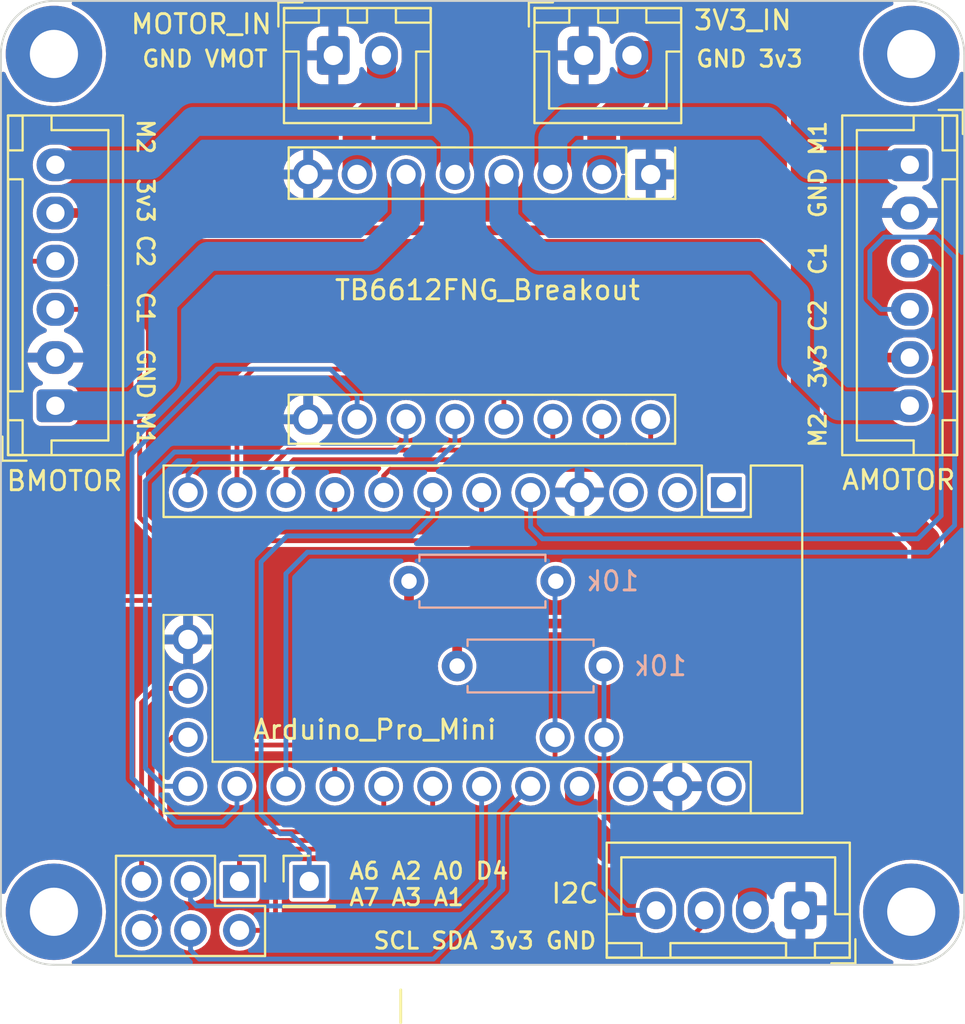
<source format=kicad_pcb>
(kicad_pcb (version 20221018) (generator pcbnew)
  (layers (0 "F.Cu" signal) (31 "B.Cu" signal) (34 "B.Paste" user) (35 "F.Paste" user) (36 "B.SilkS" user "B.Silkscreen") (37 "F.SilkS" user "F.Silkscreen") (38 "B.Mask" user) (39 "F.Mask" user) (44 "Edge.Cuts" user))
  (net 0 "")
  (net 1 "GND")
  (net 2 "AINT1")
  (net 3 "BINT1")
  (net 4 "PWMA")
  (net 5 "AIN2")
  (net 6 "AIN1")
  (net 7 "STBY")
  (net 8 "BIN1")
  (net 9 "BIN2")
  (net 10 "PWMB")
  (net 11 "AINT2")
  (net 12 "BINT2")
  (net 13 "A0")
  (net 14 "A1")
  (net 15 "A2")
  (net 16 "A3")
  (net 17 "SDA")
  (net 18 "SCL")
  (net 19 "A6")
  (net 20 "A7")
  (net 21 "VMOT")
  (net 22 "AO1")
  (net 23 "AO2")
  (net 24 "BO1")
  (net 25 "BO2")
  (net 26 "+3V3")
  (net 34 "D4")
  (footprint "ProjectFootPrintLibrary:Arduino Pro Mini" (layer "F.Cu") (at 121.9 90.25 -90)
    (fp_text reference "A2" hide)
    (fp_text value "Arduino_Pro_Mini" (at 12.3 18.25) (layer "F.SilkS"))
    (fp_line (start -1.4 -3.94) (end -1.4 -1.27) (stroke (width 0.12)) (layer "F.SilkS"))
    (fp_line (start -1.4 1.27) (end -1.4 29.21) (stroke (width 0.12)) (layer "F.SilkS"))
    (fp_line (start 1.27 -1.27) (end -1.4 -1.27) (stroke (width 0.12)) (layer "F.SilkS"))
    (fp_line (start 1.27 1.27) (end -1.4 1.27) (stroke (width 0.12)) (layer "F.SilkS"))
    (fp_line (start 1.27 1.27) (end 1.27 -1.27) (stroke (width 0.12)) (layer "F.SilkS"))
    (fp_line (start 1.27 1.27) (end 1.27 29.21) (stroke (width 0.12)) (layer "F.SilkS"))
    (fp_line (start 1.27 29.21) (end -1.4 29.21) (stroke (width 0.12)) (layer "F.SilkS"))
    (fp_line (start 6.35 26.67) (end 6.35 29.21) (stroke (width 0.1)) (layer "F.SilkS"))
    (fp_line (start 6.35 29.21) (end 16.575 29.21) (stroke (width 0.12)) (layer "F.SilkS"))
    (fp_line (start 13.97 -1.27) (end 13.97 26.67) (stroke (width 0.12)) (layer "F.SilkS"))
    (fp_line (start 13.97 -1.27) (end 16.64 -1.27) (stroke (width 0.12)) (layer "F.SilkS"))
    (fp_line (start 13.97 26.67) (end 6.35 26.67) (stroke (width 0.1)) (layer "F.SilkS"))
    (fp_line (start 16.64 -3.94) (end -1.4 -3.94) (stroke (width 0.12)) (layer "F.SilkS"))
    (fp_line (start 16.64 29.21) (end 16.64 -3.94) (stroke (width 0.12)) (layer "F.SilkS"))
    (pad "1" thru_hole rect (at 0 0 270) (size 1.6 1.6) (drill 1) (layers "*.Cu" "*.Mask"))
    (pad "2" thru_hole oval (at 0 2.54 270) (size 1.6 1.6) (drill 1) (layers "*.Cu" "*.Mask"))
    (pad "3" thru_hole oval (at 0 5.08 270) (size 1.6 1.6) (drill 1) (layers "*.Cu" "*.Mask"))
    (pad "4" thru_hole oval (at 0 7.62 270) (size 1.6 1.6) (drill 1) (layers "*.Cu" "*.Mask") (net 1 "GND"))
    (pad "5" thru_hole oval (at 0 10.16 270) (size 1.6 1.6) (drill 1) (layers "*.Cu" "*.Mask") (net 2 "AINT1"))
    (pad "6" thru_hole oval (at 0 12.7 270) (size 1.6 1.6) (drill 1) (layers "*.Cu" "*.Mask") (net 3 "BINT1"))
    (pad "7" thru_hole oval (at 0 15.24 270) (size 1.6 1.6) (drill 1) (layers "*.Cu" "*.Mask") (net 34 "D4"))
    (pad "8" thru_hole oval (at 0 17.78 270) (size 1.6 1.6) (drill 1) (layers "*.Cu" "*.Mask") (net 4 "PWMA"))
    (pad "9" thru_hole oval (at 0 20.32 270) (size 1.6 1.6) (drill 1) (layers "*.Cu" "*.Mask") (net 5 "AIN2"))
    (pad "10" thru_hole oval (at 0 22.86 270) (size 1.6 1.6) (drill 1) (layers "*.Cu" "*.Mask") (net 6 "AIN1"))
    (pad "11" thru_hole oval (at 0 25.4 270) (size 1.6 1.6) (drill 1) (layers "*.Cu" "*.Mask") (net 7 "STBY"))
    (pad "12" thru_hole oval (at 0 27.94 270) (size 1.6 1.6) (drill 1) (layers "*.Cu" "*.Mask") (net 8 "BIN1"))
    (pad "13" thru_hole oval (at 7.62 27.94 270) (size 1.6 1.6) (drill 1) (layers "*.Cu" "*.Mask") (net 1 "GND"))
    (pad "14" thru_hole oval (at 10.16 27.94 270) (size 1.6 1.6) (drill 1) (layers "*.Cu" "*.Mask") (net 19 "A6"))
    (pad "15" thru_hole oval (at 12.7 27.94 270) (size 1.6 1.6) (drill 1) (layers "*.Cu" "*.Mask") (net 20 "A7"))
    (pad "16" thru_hole oval (at 15.24 27.94 270) (size 1.6 1.6) (drill 1) (layers "*.Cu" "*.Mask") (net 9 "BIN2"))
    (pad "17" thru_hole oval (at 15.24 25.4 270) (size 1.6 1.6) (drill 1) (layers "*.Cu" "*.Mask") (net 10 "PWMB"))
    (pad "18" thru_hole oval (at 15.24 22.86 270) (size 1.6 1.6) (drill 1) (layers "*.Cu" "*.Mask") (net 11 "AINT2"))
    (pad "19" thru_hole oval (at 15.24 20.32 270) (size 1.6 1.6) (drill 1) (layers "*.Cu" "*.Mask") (net 12 "BINT2"))
    (pad "20" thru_hole oval (at 15.24 17.78 270) (size 1.6 1.6) (drill 1) (layers "*.Cu" "*.Mask") (net 13 "A0"))
    (pad "21" thru_hole oval (at 15.24 15.24 270) (size 1.6 1.6) (drill 1) (layers "*.Cu" "*.Mask") (net 14 "A1"))
    (pad "22" thru_hole oval (at 15.24 12.7 270) (size 1.6 1.6) (drill 1) (layers "*.Cu" "*.Mask") (net 15 "A2"))
    (pad "23" thru_hole oval (at 15.24 10.16 270) (size 1.6 1.6) (drill 1) (layers "*.Cu" "*.Mask") (net 16 "A3"))
    (pad "24" thru_hole oval (at 12.7 8.89 270) (size 1.6 1.6) (drill 1) (layers "*.Cu" "*.Mask") (net 17 "SDA"))
    (pad "25" thru_hole oval (at 12.7 6.35 270) (size 1.6 1.6) (drill 1) (layers "*.Cu" "*.Mask") (net 18 "SCL"))
    (pad "26" thru_hole oval (at 15.24 7.62 270) (size 1.6 1.6) (drill 1) (layers "*.Cu" "*.Mask") (net 26 "+3V3"))
    (pad "27" thru_hole oval (at 15.24 5.08 270) (size 1.6 1.6) (drill 1) (layers "*.Cu" "*.Mask"))
    (pad "28" thru_hole oval (at 15.24 2.54 270) (size 1.6 1.6) (drill 1) (layers "*.Cu" "*.Mask") (net 1 "GND"))
    (pad "29" thru_hole oval (at 15.24 0 270) (size 1.6 1.6) (drill 1) (layers "*.Cu" "*.Mask"))
  )
  (footprint "Connector_JST:JST_XH_B2B-XH-A_1x02_P2.50mm_Vertical" (layer "F.Cu") (at 114.5 67.575)
    (fp_text reference "J6" hide)
    (fp_text value "3V3_IN" (at 8.25 -1.825) (layer "F.SilkS"))
    (fp_line (start -2.85 -2.75) (end -2.85 -1.5) (stroke (width 0.12)) (layer "F.SilkS"))
    (fp_line (start -2.56 -2.46) (end -2.56 3.51) (stroke (width 0.12)) (layer "F.SilkS"))
    (fp_line (start -2.56 3.51) (end 5.06 3.51) (stroke (width 0.12)) (layer "F.SilkS"))
    (fp_line (start -2.55 -2.45) (end -2.55 -1.7) (stroke (width 0.12)) (layer "F.SilkS"))
    (fp_line (start -2.55 -1.7) (end -0.75 -1.7) (stroke (width 0.12)) (layer "F.SilkS"))
    (fp_line (start -2.55 -0.2) (end -1.8 -0.2) (stroke (width 0.12)) (layer "F.SilkS"))
    (fp_line (start -1.8 -0.2) (end -1.8 2.75) (stroke (width 0.12)) (layer "F.SilkS"))
    (fp_line (start -1.8 2.75) (end 1.25 2.75) (stroke (width 0.12)) (layer "F.SilkS"))
    (fp_line (start -1.6 -2.75) (end -2.85 -2.75) (stroke (width 0.12)) (layer "F.SilkS"))
    (fp_line (start -0.75 -2.45) (end -2.55 -2.45) (stroke (width 0.12)) (layer "F.SilkS"))
    (fp_line (start -0.75 -1.7) (end -0.75 -2.45) (stroke (width 0.12)) (layer "F.SilkS"))
    (fp_line (start 0.75 -2.45) (end 0.75 -1.7) (stroke (width 0.12)) (layer "F.SilkS"))
    (fp_line (start 0.75 -1.7) (end 1.75 -1.7) (stroke (width 0.12)) (layer "F.SilkS"))
    (fp_line (start 1.75 -2.45) (end 0.75 -2.45) (stroke (width 0.12)) (layer "F.SilkS"))
    (fp_line (start 1.75 -1.7) (end 1.75 -2.45) (stroke (width 0.12)) (layer "F.SilkS"))
    (fp_line (start 3.25 -2.45) (end 3.25 -1.7) (stroke (width 0.12)) (layer "F.SilkS"))
    (fp_line (start 3.25 -1.7) (end 5.05 -1.7) (stroke (width 0.12)) (layer "F.SilkS"))
    (fp_line (start 4.3 -0.2) (end 4.3 2.75) (stroke (width 0.12)) (layer "F.SilkS"))
    (fp_line (start 4.3 2.75) (end 1.25 2.75) (stroke (width 0.12)) (layer "F.SilkS"))
    (fp_line (start 5.05 -2.45) (end 3.25 -2.45) (stroke (width 0.12)) (layer "F.SilkS"))
    (fp_line (start 5.05 -1.7) (end 5.05 -2.45) (stroke (width 0.12)) (layer "F.SilkS"))
    (fp_line (start 5.05 -0.2) (end 4.3 -0.2) (stroke (width 0.12)) (layer "F.SilkS"))
    (fp_line (start 5.06 -2.46) (end -2.56 -2.46) (stroke (width 0.12)) (layer "F.SilkS"))
    (fp_line (start 5.06 3.51) (end 5.06 -2.46) (stroke (width 0.12)) (layer "F.SilkS"))
    (pad "1" thru_hole roundrect (at 0 0) (size 1.7 2) (drill 1) (layers "*.Cu" "*.Mask") (roundrect_rratio 0.1470588235) (net 1 "GND"))
    (pad "2" thru_hole oval (at 2.5 0) (size 1.7 2) (drill 1) (layers "*.Cu" "*.Mask") (net 26 "+3V3"))
  )
  (footprint "Connector_PinHeader_2.54mm:PinHeader_1x01_P2.54mm_Vertical" (layer "F.Cu") (at 100.25 110.425)
    (fp_text reference "J7" hide)
    (fp_text value "Digital Pins" hide)
    (fp_line (start -1.33 -1.33) (end 0 -1.33) (stroke (width 0.12)) (layer "F.SilkS"))
    (fp_line (start -1.33 0) (end -1.33 -1.33) (stroke (width 0.12)) (layer "F.SilkS"))
    (fp_line (start -1.33 1.27) (end -1.33 1.33) (stroke (width 0.12)) (layer "F.SilkS"))
    (fp_line (start -1.33 1.27) (end 1.33 1.27) (stroke (width 0.12)) (layer "F.SilkS"))
    (fp_line (start -1.33 1.33) (end 1.33 1.33) (stroke (width 0.12)) (layer "F.SilkS"))
    (fp_line (start 1.33 1.27) (end 1.33 1.33) (stroke (width 0.12)) (layer "F.SilkS"))
    (pad "1" thru_hole rect (at 0 0) (size 1.7 1.7) (drill 1) (layers "*.Cu" "*.Mask") (net 34 "D4"))
  )
  (footprint "Connector_JST:JST_XH_B4B-XH-A_1x04_P2.50mm_Vertical" (layer "F.Cu") (at 125.75 111.925 180)
    (fp_text reference "J3" hide)
    (fp_text value "I2C" (at 11.7 0.875) (layer "F.SilkS"))
    (fp_line (start -2.85 -2.75) (end -2.85 -1.5) (stroke (width 0.12)) (layer "F.SilkS"))
    (fp_line (start -2.56 -2.46) (end -2.56 3.51) (stroke (width 0.12)) (layer "F.SilkS"))
    (fp_line (start -2.56 3.51) (end 10.06 3.51) (stroke (width 0.12)) (layer "F.SilkS"))
    (fp_line (start -2.55 -2.45) (end -2.55 -1.7) (stroke (width 0.12)) (layer "F.SilkS"))
    (fp_line (start -2.55 -1.7) (end -0.75 -1.7) (stroke (width 0.12)) (layer "F.SilkS"))
    (fp_line (start -2.55 -0.2) (end -1.8 -0.2) (stroke (width 0.12)) (layer "F.SilkS"))
    (fp_line (start -1.8 -0.2) (end -1.8 2.75) (stroke (width 0.12)) (layer "F.SilkS"))
    (fp_line (start -1.8 2.75) (end 3.75 2.75) (stroke (width 0.12)) (layer "F.SilkS"))
    (fp_line (start -1.6 -2.75) (end -2.85 -2.75) (stroke (width 0.12)) (layer "F.SilkS"))
    (fp_line (start -0.75 -2.45) (end -2.55 -2.45) (stroke (width 0.12)) (layer "F.SilkS"))
    (fp_line (start -0.75 -1.7) (end -0.75 -2.45) (stroke (width 0.12)) (layer "F.SilkS"))
    (fp_line (start 0.75 -2.45) (end 0.75 -1.7) (stroke (width 0.12)) (layer "F.SilkS"))
    (fp_line (start 0.75 -1.7) (end 6.75 -1.7) (stroke (width 0.12)) (layer "F.SilkS"))
    (fp_line (start 6.75 -2.45) (end 0.75 -2.45) (stroke (width 0.12)) (layer "F.SilkS"))
    (fp_line (start 6.75 -1.7) (end 6.75 -2.45) (stroke (width 0.12)) (layer "F.SilkS"))
    (fp_line (start 8.25 -2.45) (end 8.25 -1.7) (stroke (width 0.12)) (layer "F.SilkS"))
    (fp_line (start 8.25 -1.7) (end 10.05 -1.7) (stroke (width 0.12)) (layer "F.SilkS"))
    (fp_line (start 9.3 -0.2) (end 9.3 2.75) (stroke (width 0.12)) (layer "F.SilkS"))
    (fp_line (start 9.3 2.75) (end 3.75 2.75) (stroke (width 0.12)) (layer "F.SilkS"))
    (fp_line (start 10.05 -2.45) (end 8.25 -2.45) (stroke (width 0.12)) (layer "F.SilkS"))
    (fp_line (start 10.05 -1.7) (end 10.05 -2.45) (stroke (width 0.12)) (layer "F.SilkS"))
    (fp_line (start 10.05 -0.2) (end 9.3 -0.2) (stroke (width 0.12)) (layer "F.SilkS"))
    (fp_line (start 10.06 -2.46) (end -2.56 -2.46) (stroke (width 0.12)) (layer "F.SilkS"))
    (fp_line (start 10.06 3.51) (end 10.06 -2.46) (stroke (width 0.12)) (layer "F.SilkS"))
    (pad "1" thru_hole roundrect (at 0 0 180) (size 1.7 1.95) (drill 0.95) (layers "*.Cu" "*.Mask") (roundrect_rratio 0.1470588235) (net 1 "GND"))
    (pad "2" thru_hole oval (at 2.5 0 180) (size 1.7 1.95) (drill 0.95) (layers "*.Cu" "*.Mask") (net 26 "+3V3"))
    (pad "3" thru_hole oval (at 5 0 180) (size 1.7 1.95) (drill 0.95) (layers "*.Cu" "*.Mask") (net 17 "SDA"))
    (pad "4" thru_hole oval (at 7.5 0 180) (size 1.7 1.95) (drill 0.95) (layers "*.Cu" "*.Mask") (net 18 "SCL"))
  )
  (footprint "MountingHole:MountingHole_2.5mm_Pad" (layer "F.Cu") (at 131.5 67.5)
    (fp_text reference "H2" hide)
    (fp_text value "MountingHole_Pad" hide)
    (pad "1" thru_hole circle (at 0 0) (size 5 5) (drill 2.5) (layers "*.Cu" "*.Mask"))
  )
  (footprint "MountingHole:MountingHole_2.5mm_Pad" (layer "F.Cu") (at 87 67.5)
    (fp_text reference "H1" hide)
    (fp_text value "MountingHole_Pad" hide)
    (pad "1" thru_hole circle (at 0 0) (size 5 5) (drill 2.5) (layers "*.Cu" "*.Mask"))
  )
  (footprint "MountingHole:MountingHole_2.5mm_Pad" (layer "F.Cu") (at 131.5 112)
    (fp_text reference "H3" hide)
    (fp_text value "MountingHole_Pad" hide)
    (pad "1" thru_hole circle (at 0 0) (size 5 5) (drill 2.5) (layers "*.Cu" "*.Mask"))
  )
  (footprint "MountingHole:MountingHole_2.5mm_Pad" (layer "F.Cu") (at 87 112)
    (fp_text reference "H4" hide)
    (fp_text value "MountingHole_Pad" hide)
    (pad "1" thru_hole circle (at 0 0) (size 5 5) (drill 2.5) (layers "*.Cu" "*.Mask"))
  )
  (footprint "Connector_JST:JST_XH_B6B-XH-A_1x06_P2.50mm_Vertical" (layer "F.Cu") (at 87.075 85.75 90)
    (fp_text reference "J2" hide)
    (fp_text value "BMOTOR" (at -3.9 0.475 180) (layer "F.SilkS"))
    (fp_line (start -2.85 -2.75) (end -2.85 -1.5) (stroke (width 0.12)) (layer "F.SilkS"))
    (fp_line (start -2.56 -2.46) (end -2.56 3.51) (stroke (width 0.12)) (layer "F.SilkS"))
    (fp_line (start -2.56 3.51) (end 15.06 3.51) (stroke (width 0.12)) (layer "F.SilkS"))
    (fp_line (start -2.55 -2.45) (end -2.55 -1.7) (stroke (width 0.12)) (layer "F.SilkS"))
    (fp_line (start -2.55 -1.7) (end -0.75 -1.7) (stroke (width 0.12)) (layer "F.SilkS"))
    (fp_line (start -2.55 -0.2) (end -1.8 -0.2) (stroke (width 0.12)) (layer "F.SilkS"))
    (fp_line (start -1.8 -0.2) (end -1.8 2.75) (stroke (width 0.12)) (layer "F.SilkS"))
    (fp_line (start -1.8 2.75) (end 6.25 2.75) (stroke (width 0.12)) (layer "F.SilkS"))
    (fp_line (start -1.6 -2.75) (end -2.85 -2.75) (stroke (width 0.12)) (layer "F.SilkS"))
    (fp_line (start -0.75 -2.45) (end -2.55 -2.45) (stroke (width 0.12)) (layer "F.SilkS"))
    (fp_line (start -0.75 -1.7) (end -0.75 -2.45) (stroke (width 0.12)) (layer "F.SilkS"))
    (fp_line (start 0.75 -2.45) (end 0.75 -1.7) (stroke (width 0.12)) (layer "F.SilkS"))
    (fp_line (start 0.75 -1.7) (end 11.75 -1.7) (stroke (width 0.12)) (layer "F.SilkS"))
    (fp_line (start 11.75 -2.45) (end 0.75 -2.45) (stroke (width 0.12)) (layer "F.SilkS"))
    (fp_line (start 11.75 -1.7) (end 11.75 -2.45) (stroke (width 0.12)) (layer "F.SilkS"))
    (fp_line (start 13.25 -2.45) (end 13.25 -1.7) (stroke (width 0.12)) (layer "F.SilkS"))
    (fp_line (start 13.25 -1.7) (end 15.05 -1.7) (stroke (width 0.12)) (layer "F.SilkS"))
    (fp_line (start 14.3 -0.2) (end 14.3 2.75) (stroke (width 0.12)) (layer "F.SilkS"))
    (fp_line (start 14.3 2.75) (end 6.25 2.75) (stroke (width 0.12)) (layer "F.SilkS"))
    (fp_line (start 15.05 -2.45) (end 13.25 -2.45) (stroke (width 0.12)) (layer "F.SilkS"))
    (fp_line (start 15.05 -1.7) (end 15.05 -2.45) (stroke (width 0.12)) (layer "F.SilkS"))
    (fp_line (start 15.05 -0.2) (end 14.3 -0.2) (stroke (width 0.12)) (layer "F.SilkS"))
    (fp_line (start 15.06 -2.46) (end -2.56 -2.46) (stroke (width 0.12)) (layer "F.SilkS"))
    (fp_line (start 15.06 3.51) (end 15.06 -2.46) (stroke (width 0.12)) (layer "F.SilkS"))
    (pad "1" thru_hole roundrect (at 0 0 90) (size 1.7 1.95) (drill 0.95) (layers "*.Cu" "*.Mask") (roundrect_rratio 0.1470588235) (net 24 "BO1"))
    (pad "2" thru_hole oval (at 2.5 0 90) (size 1.7 1.95) (drill 0.95) (layers "*.Cu" "*.Mask") (net 1 "GND"))
    (pad "3" thru_hole oval (at 5 0 90) (size 1.7 1.95) (drill 0.95) (layers "*.Cu" "*.Mask") (net 3 "BINT1"))
    (pad "4" thru_hole oval (at 7.5 0 90) (size 1.7 1.95) (drill 0.95) (layers "*.Cu" "*.Mask") (net 12 "BINT2"))
    (pad "5" thru_hole oval (at 10 0 90) (size 1.7 1.95) (drill 0.95) (layers "*.Cu" "*.Mask") (net 26 "+3V3"))
    (pad "6" thru_hole oval (at 12.5 0 90) (size 1.7 1.95) (drill 0.95) (layers "*.Cu" "*.Mask") (net 25 "BO2"))
  )
  (footprint "Connector_JST:JST_XH_B2B-XH-A_1x02_P2.50mm_Vertical" (layer "F.Cu") (at 101.5 67.575)
    (fp_text reference "J5" hide)
    (fp_text value "MOTOR_IN" (at -6.85 -1.625) (layer "F.SilkS"))
    (fp_line (start -2.85 -2.75) (end -2.85 -1.5) (stroke (width 0.12)) (layer "F.SilkS"))
    (fp_line (start -2.56 -2.46) (end -2.56 3.51) (stroke (width 0.12)) (layer "F.SilkS"))
    (fp_line (start -2.56 3.51) (end 5.06 3.51) (stroke (width 0.12)) (layer "F.SilkS"))
    (fp_line (start -2.55 -2.45) (end -2.55 -1.7) (stroke (width 0.12)) (layer "F.SilkS"))
    (fp_line (start -2.55 -1.7) (end -0.75 -1.7) (stroke (width 0.12)) (layer "F.SilkS"))
    (fp_line (start -2.55 -0.2) (end -1.8 -0.2) (stroke (width 0.12)) (layer "F.SilkS"))
    (fp_line (start -1.8 -0.2) (end -1.8 2.75) (stroke (width 0.12)) (layer "F.SilkS"))
    (fp_line (start -1.8 2.75) (end 1.25 2.75) (stroke (width 0.12)) (layer "F.SilkS"))
    (fp_line (start -1.6 -2.75) (end -2.85 -2.75) (stroke (width 0.12)) (layer "F.SilkS"))
    (fp_line (start -0.75 -2.45) (end -2.55 -2.45) (stroke (width 0.12)) (layer "F.SilkS"))
    (fp_line (start -0.75 -1.7) (end -0.75 -2.45) (stroke (width 0.12)) (layer "F.SilkS"))
    (fp_line (start 0.75 -2.45) (end 0.75 -1.7) (stroke (width 0.12)) (layer "F.SilkS"))
    (fp_line (start 0.75 -1.7) (end 1.75 -1.7) (stroke (width 0.12)) (layer "F.SilkS"))
    (fp_line (start 1.75 -2.45) (end 0.75 -2.45) (stroke (width 0.12)) (layer "F.SilkS"))
    (fp_line (start 1.75 -1.7) (end 1.75 -2.45) (stroke (width 0.12)) (layer "F.SilkS"))
    (fp_line (start 3.25 -2.45) (end 3.25 -1.7) (stroke (width 0.12)) (layer "F.SilkS"))
    (fp_line (start 3.25 -1.7) (end 5.05 -1.7) (stroke (width 0.12)) (layer "F.SilkS"))
    (fp_line (start 4.3 -0.2) (end 4.3 2.75) (stroke (width 0.12)) (layer "F.SilkS"))
    (fp_line (start 4.3 2.75) (end 1.25 2.75) (stroke (width 0.12)) (layer "F.SilkS"))
    (fp_line (start 5.05 -2.45) (end 3.25 -2.45) (stroke (width 0.12)) (layer "F.SilkS"))
    (fp_line (start 5.05 -1.7) (end 5.05 -2.45) (stroke (width 0.12)) (layer "F.SilkS"))
    (fp_line (start 5.05 -0.2) (end 4.3 -0.2) (stroke (width 0.12)) (layer "F.SilkS"))
    (fp_line (start 5.06 -2.46) (end -2.56 -2.46) (stroke (width 0.12)) (layer "F.SilkS"))
    (fp_line (start 5.06 3.51) (end 5.06 -2.46) (stroke (width 0.12)) (layer "F.SilkS"))
    (pad "1" thru_hole roundrect (at 0 0) (size 1.7 2) (drill 1) (layers "*.Cu" "*.Mask") (roundrect_rratio 0.1470588235) (net 1 "GND"))
    (pad "2" thru_hole oval (at 2.5 0) (size 1.7 2) (drill 1) (layers "*.Cu" "*.Mask") (net 21 "VMOT"))
  )
  (footprint "Connector_JST:JST_XH_B6B-XH-A_1x06_P2.50mm_Vertical" (layer "F.Cu") (at 131.425 73.25 -90)
    (fp_text reference "J1" hide)
    (fp_text value "AMOTOR" (at 16.35 0.575) (layer "F.SilkS"))
    (fp_line (start -2.85 -2.75) (end -2.85 -1.5) (stroke (width 0.12)) (layer "F.SilkS"))
    (fp_line (start -2.56 -2.46) (end -2.56 3.51) (stroke (width 0.12)) (layer "F.SilkS"))
    (fp_line (start -2.56 3.51) (end 15.06 3.51) (stroke (width 0.12)) (layer "F.SilkS"))
    (fp_line (start -2.55 -2.45) (end -2.55 -1.7) (stroke (width 0.12)) (layer "F.SilkS"))
    (fp_line (start -2.55 -1.7) (end -0.75 -1.7) (stroke (width 0.12)) (layer "F.SilkS"))
    (fp_line (start -2.55 -0.2) (end -1.8 -0.2) (stroke (width 0.12)) (layer "F.SilkS"))
    (fp_line (start -1.8 -0.2) (end -1.8 2.75) (stroke (width 0.12)) (layer "F.SilkS"))
    (fp_line (start -1.8 2.75) (end 6.25 2.75) (stroke (width 0.12)) (layer "F.SilkS"))
    (fp_line (start -1.6 -2.75) (end -2.85 -2.75) (stroke (width 0.12)) (layer "F.SilkS"))
    (fp_line (start -0.75 -2.45) (end -2.55 -2.45) (stroke (width 0.12)) (layer "F.SilkS"))
    (fp_line (start -0.75 -1.7) (end -0.75 -2.45) (stroke (width 0.12)) (layer "F.SilkS"))
    (fp_line (start 0.75 -2.45) (end 0.75 -1.7) (stroke (width 0.12)) (layer "F.SilkS"))
    (fp_line (start 0.75 -1.7) (end 11.75 -1.7) (stroke (width 0.12)) (layer "F.SilkS"))
    (fp_line (start 11.75 -2.45) (end 0.75 -2.45) (stroke (width 0.12)) (layer "F.SilkS"))
    (fp_line (start 11.75 -1.7) (end 11.75 -2.45) (stroke (width 0.12)) (layer "F.SilkS"))
    (fp_line (start 13.25 -2.45) (end 13.25 -1.7) (stroke (width 0.12)) (layer "F.SilkS"))
    (fp_line (start 13.25 -1.7) (end 15.05 -1.7) (stroke (width 0.12)) (layer "F.SilkS"))
    (fp_line (start 14.3 -0.2) (end 14.3 2.75) (stroke (width 0.12)) (layer "F.SilkS"))
    (fp_line (start 14.3 2.75) (end 6.25 2.75) (stroke (width 0.12)) (layer "F.SilkS"))
    (fp_line (start 15.05 -2.45) (end 13.25 -2.45) (stroke (width 0.12)) (layer "F.SilkS"))
    (fp_line (start 15.05 -1.7) (end 15.05 -2.45) (stroke (width 0.12)) (layer "F.SilkS"))
    (fp_line (start 15.05 -0.2) (end 14.3 -0.2) (stroke (width 0.12)) (layer "F.SilkS"))
    (fp_line (start 15.06 -2.46) (end -2.56 -2.46) (stroke (width 0.12)) (layer "F.SilkS"))
    (fp_line (start 15.06 3.51) (end 15.06 -2.46) (stroke (width 0.12)) (layer "F.SilkS"))
    (pad "1" thru_hole roundrect (at 0 0 270) (size 1.7 1.95) (drill 0.95) (layers "*.Cu" "*.Mask") (roundrect_rratio 0.1470588235) (net 22 "AO1"))
    (pad "2" thru_hole oval (at 2.5 0 270) (size 1.7 1.95) (drill 0.95) (layers "*.Cu" "*.Mask") (net 1 "GND"))
    (pad "3" thru_hole oval (at 5 0 270) (size 1.7 1.95) (drill 0.95) (layers "*.Cu" "*.Mask") (net 2 "AINT1"))
    (pad "4" thru_hole oval (at 7.5 0 270) (size 1.7 1.95) (drill 0.95) (layers "*.Cu" "*.Mask") (net 11 "AINT2"))
    (pad "5" thru_hole oval (at 10 0 270) (size 1.7 1.95) (drill 0.95) (layers "*.Cu" "*.Mask") (net 26 "+3V3"))
    (pad "6" thru_hole oval (at 12.5 0 270) (size 1.7 1.95) (drill 0.95) (layers "*.Cu" "*.Mask") (net 23 "AO2"))
  )
  (footprint "ProjectFootPrintLibrary:TB6612FBG_Breakout" (layer "F.Cu") (at 117.975 73.75 -90)
    (fp_text reference "U1" hide)
    (fp_text value "TB6612FNG_Breakout" (at 6 8.475 unlocked) (layer "F.SilkS"))
    (fp_line (start -1.4 1.27) (end -1.405 18.79) (stroke (width 0.12)) (layer "F.SilkS"))
    (fp_line (start 1.265 18.79) (end -1.405 18.79) (stroke (width 0.12)) (layer "F.SilkS"))
    (fp_line (start 1.27 -1.27) (end -1.4 -1.27) (stroke (width 0.12)) (layer "F.SilkS"))
    (fp_line (start 1.27 1.27) (end -1.4 1.27) (stroke (width 0.12)) (layer "F.SilkS"))
    (fp_line (start 1.27 1.27) (end 1.265 18.79) (stroke (width 0.12)) (layer "F.SilkS"))
    (fp_line (start 1.27 1.27) (end 1.27 -1.27) (stroke (width 0.12)) (layer "F.SilkS"))
    (fp_line (start 11.4325 -1.27) (end 11.4325 1.27) (stroke (width 0.12)) (layer "F.SilkS"))
    (fp_line (start 11.4325 1.27) (end 11.4275 18.79) (stroke (width 0.12)) (layer "F.SilkS"))
    (fp_line (start 13.97 -1.27) (end 11.4325 -1.27) (stroke (width 0.12)) (layer "F.SilkS"))
    (fp_line (start 13.97 1.27) (end 13.97 -1.27) (stroke (width 0.12)) (layer "F.SilkS"))
    (fp_line (start 13.97 1.27) (end 13.97 18.79) (stroke (width 0.12)) (layer "F.SilkS"))
    (fp_line (start 13.97 18.79) (end 11.4275 18.79) (stroke (width 0.12)) (layer "F.SilkS"))
    (pad "1" thru_hole rect (at 0 0 270) (size 1.6 1.6) (drill 1) (layers "*.Cu" "*.Mask") (net 1 "GND"))
    (pad "2" thru_hole oval (at 0 2.54 270) (size 1.6 1.6) (drill 1) (layers "*.Cu" "*.Mask") (net 26 "+3V3"))
    (pad "3" thru_hole oval (at 0 5.08 270) (size 1.6 1.6) (drill 1) (layers "*.Cu" "*.Mask") (net 22 "AO1"))
    (pad "4" thru_hole oval (at 0 7.62 270) (size 1.6 1.6) (drill 1) (layers "*.Cu" "*.Mask") (net 23 "AO2"))
    (pad "5" thru_hole oval (at 0 10.16 270) (size 1.6 1.6) (drill 1) (layers "*.Cu" "*.Mask") (net 25 "BO2"))
    (pad "6" thru_hole oval (at 0 12.7 270) (size 1.6 1.6) (drill 1) (layers "*.Cu" "*.Mask") (net 24 "BO1"))
    (pad "7" thru_hole oval (at 0 15.24 270) (size 1.6 1.6) (drill 1) (layers "*.Cu" "*.Mask") (net 21 "VMOT"))
    (pad "8" thru_hole oval (at 0 17.78 270) (size 1.6 1.6) (drill 1) (layers "*.Cu" "*.Mask") (net 1 "GND"))
    (pad "9" thru_hole oval (at 12.7 17.78 270) (size 1.6 1.6) (drill 1) (layers "*.Cu" "*.Mask") (net 1 "GND"))
    (pad "10" thru_hole oval (at 12.7 15.24 270) (size 1.6 1.6) (drill 1) (layers "*.Cu" "*.Mask") (net 10 "PWMB"))
    (pad "11" thru_hole oval (at 12.7 12.7 270) (size 1.6 1.6) (drill 1) (layers "*.Cu" "*.Mask") (net 9 "BIN2"))
    (pad "12" thru_hole oval (at 12.7 10.16 270) (size 1.6 1.6) (drill 1) (layers "*.Cu" "*.Mask") (net 8 "BIN1"))
    (pad "13" thru_hole oval (at 12.7 7.62 270) (size 1.6 1.6) (drill 1) (layers "*.Cu" "*.Mask") (net 7 "STBY"))
    (pad "14" thru_hole oval (at 12.7 5.08 270) (size 1.6 1.6) (drill 1) (layers "*.Cu" "*.Mask") (net 5 "AIN2"))
    (pad "15" thru_hole oval (at 12.7 2.54 270) (size 1.6 1.6) (drill 1) (layers "*.Cu" "*.Mask") (net 6 "AIN1"))
    (pad "16" thru_hole oval (at 12.7 0 270) (size 1.6 1.6) (drill 1) (layers "*.Cu" "*.Mask") (net 4 "PWMA"))
  )
  (footprint "Connector_PinHeader_2.54mm:PinHeader_2x03_P2.54mm_Vertical" (layer "F.Cu") (at 96.63 110.425 -90)
    (fp_text reference "J4" hide)
    (fp_text value "AnalogPins" hide)
    (fp_line (start -1.33 -1.33) (end 0 -1.33) (stroke (width 0.12)) (layer "F.SilkS"))
    (fp_line (start -1.33 0) (end -1.33 -1.33) (stroke (width 0.12)) (layer "F.SilkS"))
    (fp_line (start -1.33 1.27) (end -1.33 6.41) (stroke (width 0.12)) (layer "F.SilkS"))
    (fp_line (start -1.33 1.27) (end 1.27 1.27) (stroke (width 0.12)) (layer "F.SilkS"))
    (fp_line (start -1.33 6.41) (end 3.87 6.41) (stroke (width 0.12)) (layer "F.SilkS"))
    (fp_line (start 1.27 -1.33) (end 3.87 -1.33) (stroke (width 0.12)) (layer "F.SilkS"))
    (fp_line (start 1.27 1.27) (end 1.27 -1.33) (stroke (width 0.12)) (layer "F.SilkS"))
    (fp_line (start 3.87 -1.33) (end 3.87 6.41) (stroke (width 0.12)) (layer "F.SilkS"))
    (pad "1" thru_hole rect (at 0 0 270) (size 1.7 1.7) (drill 1) (layers "*.Cu" "*.Mask") (net 13 "A0"))
    (pad "2" thru_hole oval (at 2.54 0 270) (size 1.7 1.7) (drill 1) (layers "*.Cu" "*.Mask") (net 14 "A1"))
    (pad "3" thru_hole oval (at 0 2.54 270) (size 1.7 1.7) (drill 1) (layers "*.Cu" "*.Mask") (net 15 "A2"))
    (pad "4" thru_hole oval (at 2.54 2.54 270) (size 1.7 1.7) (drill 1) (layers "*.Cu" "*.Mask") (net 16 "A3"))
    (pad "5" thru_hole oval (at 0 5.08 270) (size 1.7 1.7) (drill 1) (layers "*.Cu" "*.Mask") (net 19 "A6"))
    (pad "6" thru_hole oval (at 2.54 5.08 270) (size 1.7 1.7) (drill 1) (layers "*.Cu" "*.Mask") (net 20 "A7"))
  )
  (footprint "Resistor_THT:R_Axial_DIN0207_L6.3mm_D2.5mm_P7.62mm_Horizontal" (layer "B.Cu") (at 105.43 94.85)
    (fp_text reference "R2" hide)
    (fp_text value "10k" (at 10.57 0) (layer "B.SilkS") (effects (justify mirror)))
    (fp_line (start 0.54 -1.37) (end 7.08 -1.37) (stroke (width 0.12)) (layer "B.SilkS"))
    (fp_line (start 0.54 -1.04) (end 0.54 -1.37) (stroke (width 0.12)) (layer "B.SilkS"))
    (fp_line (start 0.54 1.04) (end 0.54 1.37) (stroke (width 0.12)) (layer "B.SilkS"))
    (fp_line (start 0.54 1.37) (end 7.08 1.37) (stroke (width 0.12)) (layer "B.SilkS"))
    (fp_line (start 7.08 -1.37) (end 7.08 -1.04) (stroke (width 0.12)) (layer "B.SilkS"))
    (fp_line (start 7.08 1.37) (end 7.08 1.04) (stroke (width 0.12)) (layer "B.SilkS"))
    (pad "1" thru_hole circle (at 0 0) (size 1.6 1.6) (drill 0.8) (layers "*.Cu" "*.Mask") (net 26 "+3V3"))
    (pad "2" thru_hole oval (at 7.62 0) (size 1.6 1.6) (drill 0.8) (layers "*.Cu" "*.Mask") (net 17 "SDA"))
  )
  (footprint "Resistor_THT:R_Axial_DIN0207_L6.3mm_D2.5mm_P7.62mm_Horizontal" (layer "B.Cu") (at 107.93 99.25)
    (fp_text reference "R1" hide)
    (fp_text value "10k" (at 10.545335 -0.001648) (layer "B.SilkS") (effects (justify mirror)))
    (fp_line (start 0.54 -1.37) (end 7.08 -1.37) (stroke (width 0.12)) (layer "B.SilkS"))
    (fp_line (start 0.54 -1.04) (end 0.54 -1.37) (stroke (width 0.12)) (layer "B.SilkS"))
    (fp_line (start 0.54 1.04) (end 0.54 1.37) (stroke (width 0.12)) (layer "B.SilkS"))
    (fp_line (start 0.54 1.37) (end 7.08 1.37) (stroke (width 0.12)) (layer "B.SilkS"))
    (fp_line (start 7.08 -1.37) (end 7.08 -1.04) (stroke (width 0.12)) (layer "B.SilkS"))
    (fp_line (start 7.08 1.37) (end 7.08 1.04) (stroke (width 0.12)) (layer "B.SilkS"))
    (pad "1" thru_hole circle (at 0 0) (size 1.6 1.6) (drill 0.8) (layers "*.Cu" "*.Mask") (net 26 "+3V3"))
    (pad "2" thru_hole oval (at 7.62 0) (size 1.6 1.6) (drill 0.8) (layers "*.Cu" "*.Mask") (net 18 "SCL"))
  )
  (gr_line (start 105 116.05) (end 105 117.75) (stroke (width 0.15)) (layer "F.SilkS"))
  (gr_line (start 87 64.75) (end 131.5 64.75) (stroke (width 0.1)) (layer "Edge.Cuts"))
  (gr_line (start 84.25 112) (end 84.25 67.5) (stroke (width 0.1)) (layer "Edge.Cuts"))
  (gr_arc (start 131.5 64.75) (mid 133.444544 65.555456) (end 134.25 67.5) (stroke (width 0.1)) (layer "Edge.Cuts"))
  (gr_line (start 134.25 112) (end 134.25 67.5) (stroke (width 0.1)) (layer "Edge.Cuts"))
  (gr_arc (start 84.25 67.5) (mid 85.055456 65.555456) (end 87 64.75) (stroke (width 0.1)) (layer "Edge.Cuts"))
  (gr_arc (start 87 114.75) (mid 85.055456 113.944544) (end 84.25 112) (stroke (width 0.1)) (layer "Edge.Cuts"))
  (gr_line (start 87 114.75) (end 131.5 114.75) (stroke (width 0.1)) (layer "Edge.Cuts"))
  (gr_arc (start 134.25 112) (mid 133.444544 113.944544) (end 131.5 114.75) (stroke (width 0.1)) (layer "Edge.Cuts"))
  (gr_text "M2  3v3 C2  C1  GND M1" (at 127.15 88 90) (layer "F.SilkS") (effects (font (size 0.85 0.85) (thickness 0.15) bold) (justify left bottom)))
  (gr_text "GND 3v3" (at 120.25 68.25) (layer "F.SilkS") (effects (font (size 0.85 0.85) (thickness 0.15) bold) (justify left bottom)))
  (gr_text "A6 A2 A0 D4\nA7 A3 A1" (at 102.25 111.75) (layer "F.SilkS") (effects (font (size 0.85 0.85) (thickness 0.15) bold) (justify left bottom)))
  (gr_text "GND VMOT" (at 91.5 68.25) (layer "F.SilkS") (effects (font (size 0.85 0.85) (thickness 0.15) bold) (justify left bottom)))
  (gr_text "SCL SDA 3v3 GND" (at 103.5 114) (layer "F.SilkS") (effects (font (size 0.85 0.85) (thickness 0.15) bold) (justify left bottom)))
  (gr_text "M2  3v3 C2  C1  GND M1" (at 91.25 70.8 270) (layer "F.SilkS") (effects (font (size 0.85 0.85) (thickness 0.15) bold) (justify left bottom)))
  (segment (start 133.05 91.45) (end 133.05 78.75) (width 0.25) (layer "B.Cu") (net 2))
  (segment (start 132.55 78.25) (end 131.425 78.25) (width 0.25) (layer "B.Cu") (net 2))
  (segment (start 111.74 90.25) (end 111.74 92.04) (width 0.25) (layer "B.Cu") (net 2))
  (segment (start 133.05 78.75) (end 132.55 78.25) (width 0.25) (layer "B.Cu") (net 2))
  (segment (start 111.74 92.04) (end 112.35 92.65) (width 0.25) (layer "B.Cu") (net 2))
  (segment (start 131.85 92.65) (end 133.05 91.45) (width 0.25) (layer "B.Cu") (net 2))
  (segment (start 112.35 92.65) (end 131.85 92.65) (width 0.25) (layer "B.Cu") (net 2))
  (segment (start 91.45 81.95) (end 90.25 80.75) (width 0.25) (layer "F.Cu") (net 3))
  (segment (start 109.2 90.25) (end 109.2 92) (width 0.25) (layer "F.Cu") (net 3))
  (segment (start 90.25 80.75) (end 87.075 80.75) (width 0.25) (layer "F.Cu") (net 3))
  (segment (start 92.65 92.75) (end 91.45 91.55) (width 0.25) (layer "F.Cu") (net 3))
  (segment (start 108.45 92.75) (end 92.65 92.75) (width 0.25) (layer "F.Cu") (net 3))
  (segment (start 91.45 91.55) (end 91.45 81.95) (width 0.25) (layer "F.Cu") (net 3))
  (segment (start 109.2 92) (end 108.45 92.75) (width 0.25) (layer "F.Cu") (net 3))
  (segment (start 104.12 89.38) (end 104.45 89.05) (width 0.25) (layer "F.Cu") (net 4))
  (segment (start 104.12 90.25) (end 104.12 89.38) (width 0.25) (layer "F.Cu") (net 4))
  (segment (start 117.975 88.525) (end 117.975 86.45) (width 0.25) (layer "F.Cu") (net 4))
  (segment (start 104.45 89.05) (end 117.45 89.05) (width 0.25) (layer "F.Cu") (net 4))
  (segment (start 117.45 89.05) (end 117.975 88.525) (width 0.25) (layer "F.Cu") (net 4))
  (segment (start 112.895 86.45) (end 112.895 87.705) (width 0.25) (layer "F.Cu") (net 5))
  (segment (start 98.55 91.75) (end 101.05 91.75) (width 0.25) (layer "F.Cu") (net 5))
  (segment (start 101.05 91.75) (end 101.58 91.22) (width 0.25) (layer "F.Cu") (net 5))
  (segment (start 112.895 87.705) (end 112.55 88.05) (width 0.25) (layer "F.Cu") (net 5))
  (segment (start 97.75 90.95) (end 98.55 91.75) (width 0.25) (layer "F.Cu") (net 5))
  (segment (start 97.75 89.45) (end 97.75 90.95) (width 0.25) (layer "F.Cu") (net 5))
  (segment (start 112.55 88.05) (end 99.15 88.05) (width 0.25) (layer "F.Cu") (net 5))
  (segment (start 101.58 91.22) (end 101.58 90.25) (width 0.25) (layer "F.Cu") (net 5))
  (segment (start 99.15 88.05) (end 97.75 89.45) (width 0.25) (layer "F.Cu") (net 5))
  (segment (start 115.435 87.965) (end 114.85 88.55) (width 0.25) (layer "F.Cu") (net 6))
  (segment (start 114.85 88.55) (end 99.45 88.55) (width 0.25) (layer "F.Cu") (net 6))
  (segment (start 99.04 88.96) (end 99.04 90.25) (width 0.25) (layer "F.Cu") (net 6))
  (segment (start 115.435 86.45) (end 115.435 87.965) (width 0.25) (layer "F.Cu") (net 6))
  (segment (start 99.45 88.55) (end 99.04 88.96) (width 0.25) (layer "F.Cu") (net 6))
  (segment (start 110.355 86.45) (end 110.355 84.355) (width 0.25) (layer "F.Cu") (net 7))
  (segment (start 109.85 83.85) (end 97.35 83.85) (width 0.25) (layer "F.Cu") (net 7))
  (segment (start 97.35 83.85) (end 96.5 84.7) (width 0.25) (layer "F.Cu") (net 7))
  (segment (start 110.355 84.355) (end 109.85 83.85) (width 0.25) (layer "F.Cu") (net 7))
  (segment (start 96.5 84.7) (end 96.5 90.25) (width 0.25) (layer "F.Cu") (net 7))
  (segment (start 106.75 88.75) (end 94.55 88.75) (width 0.25) (layer "B.Cu") (net 8))
  (segment (start 93.96 89.34) (end 93.96 90.25) (width 0.25) (layer "B.Cu") (net 8))
  (segment (start 107.815 87.685) (end 106.75 88.75) (width 0.25) (layer "B.Cu") (net 8))
  (segment (start 107.815 86.45) (end 107.815 87.685) (width 0.25) (layer "B.Cu") (net 8))
  (segment (start 94.55 88.75) (end 93.96 89.34) (width 0.25) (layer "B.Cu") (net 8))
  (segment (start 91.75 89.65) (end 91.75 104.55) (width 0.25) (layer "B.Cu") (net 9))
  (segment (start 104.75 88.15) (end 93.25 88.15) (width 0.25) (layer "B.Cu") (net 9))
  (segment (start 91.75 104.55) (end 92.69 105.49) (width 0.25) (layer "B.Cu") (net 9))
  (segment (start 105.275 86.45) (end 105.275 87.625) (width 0.25) (layer "B.Cu") (net 9))
  (segment (start 92.69 105.49) (end 93.96 105.49) (width 0.25) (layer "B.Cu") (net 9))
  (segment (start 105.275 87.625) (end 104.75 88.15) (width 0.25) (layer "B.Cu") (net 9))
  (segment (start 93.25 88.15) (end 91.75 89.65) (width 0.25) (layer "B.Cu") (net 9))
  (segment (start 91.05 88.25) (end 91.05 105.05) (width 0.25) (layer "B.Cu") (net 10))
  (segment (start 95.45 83.85) (end 91.05 88.25) (width 0.25) (layer "B.Cu") (net 10))
  (segment (start 96.5 106.6) (end 96.5 105.49) (width 0.25) (layer "B.Cu") (net 10))
  (segment (start 91.05 105.05) (end 93.35 107.35) (width 0.25) (layer "B.Cu") (net 10))
  (segment (start 102.735 85.235) (end 101.35 83.85) (width 0.25) (layer "B.Cu") (net 10))
  (segment (start 101.35 83.85) (end 95.45 83.85) (width 0.25) (layer "B.Cu") (net 10))
  (segment (start 102.735 86.45) (end 102.735 85.235) (width 0.25) (layer "B.Cu") (net 10))
  (segment (start 95.75 107.35) (end 96.5 106.6) (width 0.25) (layer "B.Cu") (net 10))
  (segment (start 93.35 107.35) (end 95.75 107.35) (width 0.25) (layer "B.Cu") (net 10))
  (segment (start 129.35 80.15) (end 129.35 77.75) (width 0.25) (layer "B.Cu") (net 11))
  (segment (start 130.1 77) (end 132.7 77) (width 0.25) (layer "B.Cu") (net 11))
  (segment (start 133.75 78.05) (end 133.75 91.95) (width 0.25) (layer "B.Cu") (net 11))
  (segment (start 133.75 91.95) (end 132.35 93.35) (width 0.25) (layer "B.Cu") (net 11))
  (segment (start 129.35 77.75) (end 130.1 77) (width 0.25) (layer "B.Cu") (net 11))
  (segment (start 100.15 93.35) (end 99.04 94.46) (width 0.25) (layer "B.Cu") (net 11))
  (segment (start 129.95 80.75) (end 129.35 80.15) (width 0.25) (layer "B.Cu") (net 11))
  (segment (start 131.425 80.75) (end 129.95 80.75) (width 0.25) (layer "B.Cu") (net 11))
  (segment (start 132.7 77) (end 133.75 78.05) (width 0.25) (layer "B.Cu") (net 11))
  (segment (start 132.35 93.35) (end 100.15 93.35) (width 0.25) (layer "B.Cu") (net 11))
  (segment (start 99.04 94.46) (end 99.04 105.49) (width 0.25) (layer "B.Cu") (net 11))
  (segment (start 101.58 104.28) (end 100.65 103.35) (width 0.25) (layer "F.Cu") (net 12))
  (segment (start 96.85 103.35) (end 96.05 102.55) (width 0.25) (layer "F.Cu") (net 12))
  (segment (start 101.58 105.49) (end 101.58 104.28) (width 0.25) (layer "F.Cu") (net 12))
  (segment (start 95.15 95.85) (end 86.15 95.85) (width 0.25) (layer "F.Cu") (net 12))
  (segment (start 100.65 103.35) (end 96.85 103.35) (width 0.25) (layer "F.Cu") (net 12))
  (segment (start 84.75 94.45) (end 84.75 79.15) (width 0.25) (layer "F.Cu") (net 12))
  (segment (start 84.75 79.15) (end 85.65 78.25) (width 0.25) (layer "F.Cu") (net 12))
  (segment (start 96.05 102.55) (end 96.05 96.75) (width 0.25) (layer "F.Cu") (net 12))
  (segment (start 85.65 78.25) (end 87.075 78.25) (width 0.25) (layer "F.Cu") (net 12))
  (segment (start 96.05 96.75) (end 95.15 95.85) (width 0.25) (layer "F.Cu") (net 12))
  (segment (start 86.15 95.85) (end 84.75 94.45) (width 0.25) (layer "F.Cu") (net 12))
  (segment (start 103.25 107.85) (end 97.7 107.85) (width 0.25) (layer "F.Cu") (net 13))
  (segment (start 104.12 105.49) (end 104.12 106.98) (width 0.25) (layer "F.Cu") (net 13))
  (segment (start 97.7 107.85) (end 96.63 108.92) (width 0.25) (layer "F.Cu") (net 13))
  (segment (start 96.63 108.92) (end 96.63 110.425) (width 0.25) (layer "F.Cu") (net 13))
  (segment (start 104.12 106.98) (end 103.25 107.85) (width 0.25) (layer "F.Cu") (net 13))
  (segment (start 98.5 109.25) (end 98.5 112.2) (width 0.25) (layer "F.Cu") (net 14))
  (segment (start 106.66 105.49) (end 106.66 106.94) (width 0.25) (layer "F.Cu") (net 14))
  (segment (start 106.66 106.94) (end 104.85 108.75) (width 0.25) (layer "F.Cu") (net 14))
  (segment (start 104.85 108.75) (end 99 108.75) (width 0.25) (layer "F.Cu") (net 14))
  (segment (start 99 108.75) (end 98.5 109.25) (width 0.25) (layer "F.Cu") (net 14))
  (segment (start 98.5 112.2) (end 97.735 112.965) (width 0.25) (layer "F.Cu") (net 14))
  (segment (start 97.735 112.965) (end 96.63 112.965) (width 0.25) (layer "F.Cu") (net 14))
  (segment (start 94.4 111.7) (end 94.09 111.39) (width 0.25) (layer "B.Cu") (net 15))
  (segment (start 94.09 111.39) (end 94.09 110.425) (width 0.25) (layer "B.Cu") (net 15))
  (segment (start 109.2 110.5) (end 108 111.7) (width 0.25) (layer "B.Cu") (net 15))
  (segment (start 109.2 105.49) (end 109.2 110.5) (width 0.25) (layer "B.Cu") (net 15))
  (segment (start 108 111.7) (end 94.4 111.7) (width 0.25) (layer "B.Cu") (net 15))
  (segment (start 110.3 106.93) (end 110.3 110.85) (width 0.25) (layer "B.Cu") (net 16))
  (segment (start 111.74 105.49) (end 110.3 106.93) (width 0.25) (layer "B.Cu") (net 16))
  (segment (start 110.3 110.85) (end 106.7 114.45) (width 0.25) (layer "B.Cu") (net 16))
  (segment (start 94.09 113.99) (end 94.09 112.965) (width 0.25) (layer "B.Cu") (net 16))
  (segment (start 94.55 114.45) (end 94.09 113.99) (width 0.25) (layer "B.Cu") (net 16))
  (segment (start 106.7 114.45) (end 94.55 114.45) (width 0.25) (layer "B.Cu") (net 16))
  (segment (start 113.01 112.61) (end 114.35 113.95) (width 0.25) (layer "F.Cu") (net 17))
  (segment (start 114.35 113.95) (end 119.45 113.95) (width 0.25) (layer "F.Cu") (net 17))
  (segment (start 119.45 113.95) (end 120.75 112.65) (width 0.25) (layer "F.Cu") (net 17))
  (segment (start 113.01 102.95) (end 113.01 112.61) (width 0.25) (layer "F.Cu") (net 17))
  (segment (start 120.75 112.65) (end 120.75 111.925) (width 0.25) (layer "F.Cu") (net 17))
  (segment (start 113.01 102.95) (end 113.01 94.89) (width 0.25) (layer "B.Cu") (net 17))
  (segment (start 113.01 94.89) (end 113.05 94.85) (width 0.25) (layer "B.Cu") (net 17))
  (segment (start 115.55 102.95) (end 115.55 110.75) (width 0.25) (layer "B.Cu") (net 18))
  (segment (start 115.55 110.75) (end 116.725 111.925) (width 0.25) (layer "B.Cu") (net 18))
  (segment (start 116.725 111.925) (end 118.25 111.925) (width 0.25) (layer "B.Cu") (net 18))
  (segment (start 115.55 102.95) (end 115.55 99.25) (width 0.25) (layer "B.Cu") (net 18))
  (segment (start 91.55 101.15) (end 91.55 110.425) (width 0.25) (layer "F.Cu") (net 19))
  (segment (start 92.29 100.41) (end 91.55 101.15) (width 0.25) (layer "F.Cu") (net 19))
  (segment (start 93.96 100.41) (end 92.29 100.41) (width 0.25) (layer "F.Cu") (net 19))
  (segment (start 92.55 103.55) (end 92.55 109.15) (width 0.25) (layer "F.Cu") (net 20))
  (segment (start 92.8 109.4) (end 92.8 111.715) (width 0.25) (layer "F.Cu") (net 20))
  (segment (start 92.8 111.715) (end 91.55 112.965) (width 0.25) (layer "F.Cu") (net 20))
  (segment (start 92.55 109.15) (end 92.8 109.4) (width 0.25) (layer "F.Cu") (net 20))
  (segment (start 93.96 102.95) (end 93.15 102.95) (width 0.25) (layer "F.Cu") (net 20))
  (segment (start 93.15 102.95) (end 92.55 103.55) (width 0.25) (layer "F.Cu") (net 20))
  (segment (start 102.735 71.365) (end 102.735 73.75) (width 1.5) (layer "F.Cu") (net 21))
  (segment (start 104 70.1) (end 102.735 71.365) (width 1.5) (layer "F.Cu") (net 21))
  (segment (start 104 67.575) (end 104 70.1) (width 1.5) (layer "F.Cu") (net 21))
  (segment (start 124 71) (end 126.25 73.25) (width 1.5) (layer "B.Cu") (net 22))
  (segment (start 112.895 73.75) (end 112.895 71.855) (width 1.5) (layer "B.Cu") (net 22))
  (segment (start 113.75 71) (end 124 71) (width 1.5) (layer "B.Cu") (net 22))
  (segment (start 126.25 73.25) (end 131.425 73.25) (width 1.5) (layer "B.Cu") (net 22))
  (segment (start 112.895 71.855) (end 113.75 71) (width 1.5) (layer "B.Cu") (net 22))
  (segment (start 125.5 80) (end 125.5 83.5) (width 1.5) (layer "B.Cu") (net 23))
  (segment (start 110.355 76.105) (end 112.25 78) (width 1.5) (layer "B.Cu") (net 23))
  (segment (start 125.5 83.5) (end 127.75 85.75) (width 1.5) (layer "B.Cu") (net 23))
  (segment (start 112.25 78) (end 123.5 78) (width 1.5) (layer "B.Cu") (net 23))
  (segment (start 127.75 85.75) (end 131.425 85.75) (width 1.5) (layer "B.Cu") (net 23))
  (segment (start 123.5 78) (end 125.5 80) (width 1.5) (layer "B.Cu") (net 23))
  (segment (start 110.355 73.75) (end 110.355 76.105) (width 1.5) (layer "B.Cu") (net 23))
  (segment (start 105.275 73.75) (end 105.275 76.075) (width 1.5) (layer "B.Cu") (net 24))
  (segment (start 92.65 80.35) (end 92.65 84.275) (width 1.5) (layer "B.Cu") (net 24))
  (segment (start 103.35 78) (end 95 78) (width 1.5) (layer "B.Cu") (net 24))
  (segment (start 92.65 84.275) (end 91.175 85.75) (width 1.5) (layer "B.Cu") (net 24))
  (segment (start 95 78) (end 92.65 80.35) (width 1.5) (layer "B.Cu") (net 24))
  (segment (start 105.275 76.075) (end 103.35 78) (width 1.5) (layer "B.Cu") (net 24))
  (segment (start 91.175 85.75) (end 87.075 85.75) (width 1.5) (layer "B.Cu") (net 24))
  (segment (start 94.25 71) (end 92 73.25) (width 1.5) (layer "B.Cu") (net 25))
  (segment (start 107 71) (end 94.25 71) (width 1.5) (layer "B.Cu") (net 25))
  (segment (start 107.815 71.815) (end 107 71) (width 1.5) (layer "B.Cu") (net 25))
  (segment (start 107.815 73.75) (end 107.815 71.815) (width 1.5) (layer "B.Cu") (net 25))
  (segment (start 92 73.25) (end 87.075 73.25) (width 1.5) (layer "B.Cu") (net 25))
  (segment (start 125.95 78.75) (end 126 78.75) (width 0.5) (layer "F.Cu") (net 26))
  (segment (start 108.61 97.05) (end 131.05 97.05) (width 0.5) (layer "F.Cu") (net 26))
  (segment (start 132.25 92.75) (end 132.25 96.25) (width 1.5) (layer "F.Cu") (net 26))
  (segment (start 126 89.5) (end 127.75 91.25) (width 1.5) (layer "F.Cu") (net 26))
  (segment (start 127.75 91.25) (end 130.75 91.25) (width 1.5) (layer "F.Cu") (net 26))
  (segment (start 107.93 97.73) (end 108.61 97.05) (width 0.5) (layer "F.Cu") (net 26))
  (segment (start 92.45 76.65) (end 123.85 76.65) (width 0.5) (layer "F.Cu") (net 26))
  (segment (start 130.75 91.25) (end 132.25 92.75) (width 1.5) (layer "F.Cu") (net 26))
  (segment (start 123.825 67.575) (end 126 69.75) (width 1.5) (layer "F.Cu") (net 26))
  (segment (start 126 83.05) (end 126 89.5) (width 1.5) (layer "F.Cu") (net 26))
  (segment (start 107.93 99.25) (end 107.93 97.73) (width 0.5) (layer "F.Cu") (net 26))
  (segment (start 115.435 71.315) (end 115.435 73.75) (width 1.5) (layer "F.Cu") (net 26))
  (segment (start 129.75 108.75) (end 124.85 108.75) (width 1.5) (layer "F.Cu") (net 26))
  (segment (start 117 67.575) (end 123.825 67.575) (width 1.5) (layer "F.Cu") (net 26))
  (segment (start 131.425 83.25) (end 126.2 83.25) (width 0.5) (layer "F.Cu") (net 26))
  (segment (start 126 78.75) (end 126 83.05) (width 1.5) (layer "F.Cu") (net 26))
  (segment (start 105.43 96.33) (end 106.15 97.05) (width 0.5) (layer "F.Cu") (net 26))
  (segment (start 115.85 108.75) (end 114.28 107.18) (width 1.5) (layer "F.Cu") (net 26))
  (segment (start 87.075 75.75) (end 91.55 75.75) (width 0.5) (layer "F.Cu") (net 26))
  (segment (start 132.25 106.25) (end 129.75 108.75) (width 1.5) (layer "F.Cu") (net 26))
  (segment (start 123.85 76.65) (end 125.95 78.75) (width 0.5) (layer "F.Cu") (net 26))
  (segment (start 105.43 94.85) (end 105.43 96.33) (width 0.5) (layer "F.Cu") (net 26))
  (segment (start 123.25 110.35) (end 123.25 111.925) (width 1.5) (layer "F.Cu") (net 26))
  (segment (start 117 67.575) (end 117 69.75) (width 1.5) (layer "F.Cu") (net 26))
  (segment (start 106.15 97.05) (end 108.61 97.05) (width 0.5) (layer "F.Cu") (net 26))
  (segment (start 132.25 96.25) (end 132.25 106.25) (width 1.5) (layer "F.Cu") (net 26))
  (segment (start 126.2 83.25) (end 126 83.05) (width 0.5) (layer "F.Cu") (net 26))
  (segment (start 91.55 75.75) (end 92.45 76.65) (width 0.5) (layer "F.Cu") (net 26))
  (segment (start 117 69.75) (end 115.435 71.315) (width 1.5) (layer "F.Cu") (net 26))
  (segment (start 124.85 108.75) (end 115.85 108.75) (width 1.5) (layer "F.Cu") (net 26))
  (segment (start 131.05 97.05) (end 131.85 96.25) (width 0.5) (layer "F.Cu") (net 26))
  (segment (start 131.85 96.25) (end 132.25 96.25) (width 0.5) (layer "F.Cu") (net 26))
  (segment (start 114.28 107.18) (end 114.28 105.49) (width 1.5) (layer "F.Cu") (net 26))
  (segment (start 126 69.75) (end 126 78.75) (width 1.5) (layer "F.Cu") (net 26))
  (segment (start 124.85 108.75) (end 123.25 110.35) (width 1.5) (layer "F.Cu") (net 26))
  (segment (start 105.6 92.5) (end 99.1 92.5) (width 0.25) (layer "B.Cu") (net 34))
  (segment (start 106.66 90.25) (end 106.66 91.44) (width 0.25) (layer "B.Cu") (net 34))
  (segment (start 99.3 107.95) (end 100.25 108.9) (width 0.25) (layer "B.Cu") (net 34))
  (segment (start 100.25 108.9) (end 100.25 110.425) (width 0.25) (layer "B.Cu") (net 34))
  (segment (start 99.1 92.5) (end 97.75 93.85) (width 0.25) (layer "B.Cu") (net 34))
  (segment (start 98.75 107.95) (end 99.3 107.95) (width 0.25) (layer "B.Cu") (net 34))
  (segment (start 97.75 106.95) (end 98.75 107.95) (width 0.25) (layer "B.Cu") (net 34))
  (segment (start 106.66 91.44) (end 105.6 92.5) (width 0.25) (layer "B.Cu") (net 34))
  (segment (start 97.75 93.85) (end 97.75 106.95) (width 0.25) (layer "B.Cu") (net 34))
  (zone (net 1) (net_name "GND") (layer "F.Cu") (connect_pads (clearance 0)) (min_thickness 0.25) (fill yes (thermal_gap 0.5) (thermal_bridge_width 0.5))
    (polygon (pts (xy 84.25 64.75) (xy 134.25 64.75) (xy 134.25 114.75) (xy 84.25 114.75)))
  )
  (zone (net 1) (net_name "GND") (layer "B.Cu") (connect_pads (clearance 0)) (min_thickness 0.25) (fill yes (thermal_gap 0.5) (thermal_bridge_width 0.5))
    (polygon (pts (xy 84.25 64.75) (xy 134.25 64.75) (xy 134.25 114.75) (xy 84.25 114.75)))
  )
)
</source>
